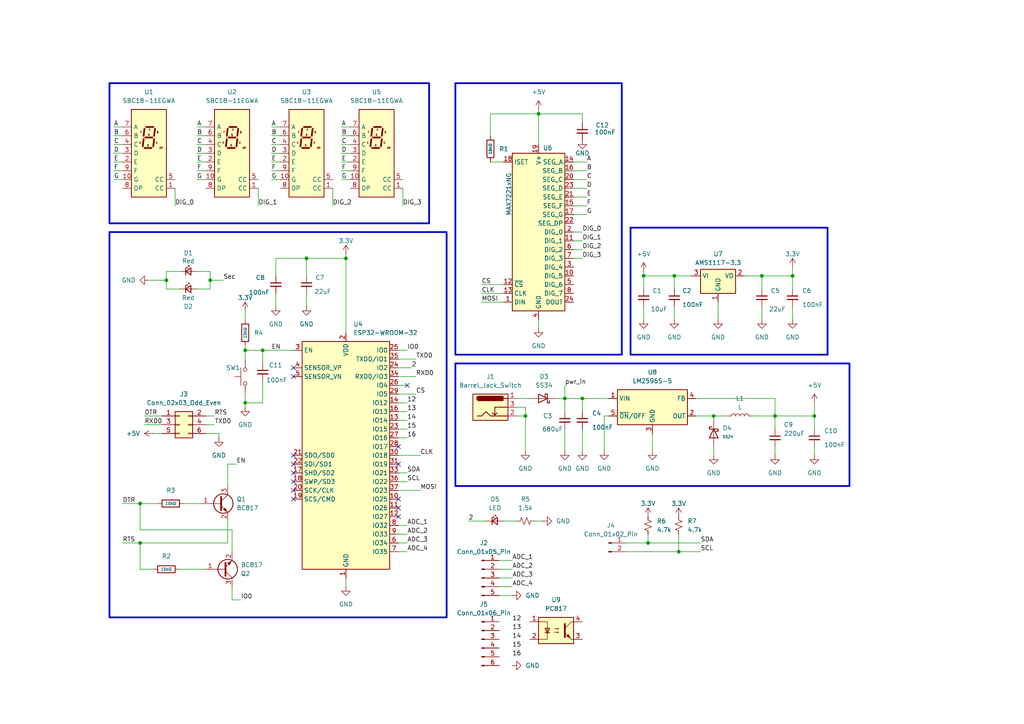
<source format=kicad_sch>
(kicad_sch (version 20250114) (generator "eeschema") (generator_version "9.0")
  (paper "A4")
  (rectangle (start 132.08 24.13) (end 180.34 102.87) (stroke (width 0.508)))
  (rectangle (start 132.08 105.41) (end 246.38 140.97) (stroke (width 0.508)))
  (rectangle (start 182.88 66.04) (end 240.03 102.87) (stroke (width 0.508)))
  (rectangle (start 31.75 24.13) (end 124.46 64.77) (stroke (width 0.508)))
  (rectangle (start 31.75 67.31) (end 129.54 179.07) (stroke (width 0.508)))
  (junction (at 229.87 80.01))
  (junction (at 100.33 74.93))
  (junction (at 168.91 115.57))
  (junction (at 152.4 120.65))
  (junction (at 220.98 80.01))
  (junction (at 236.22 120.65))
  (junction (at 195.58 80.01))
  (junction (at 163.83 115.57))
  (junction (at 71.12 101.6))
  (junction (at 76.2 101.6))
  (junction (at 224.79 120.65))
  (junction (at 187.96 157.48))
  (junction (at 207.01 120.65))
  (junction (at 88.9 74.93))
  (junction (at 60.96 81.28))
  (junction (at 156.21 33.02))
  (junction (at 71.12 116.84))
  (junction (at 196.85 160.02))
  (junction (at 40.64 157.48))
  (junction (at 48.26 81.28))
  (junction (at 186.69 80.01))
  (junction (at 40.64 146.05))
  (no_connect (at 85.09 139.7))
  (no_connect (at 85.09 144.78))
  (no_connect (at 85.09 134.62))
  (no_connect (at 85.09 109.22))
  (no_connect (at 85.09 137.16))
  (no_connect (at 85.09 132.08))
  (no_connect (at 115.57 147.32))
  (no_connect (at 115.57 144.78))
  (no_connect (at 115.57 149.86))
  (no_connect (at 85.09 142.24))
  (no_connect (at 85.09 106.68))
  (no_connect (at 115.57 134.62))
  (no_connect (at 115.57 129.54))
  (no_connect (at 118.11 111.76))
  (wire (pts (xy 187.96 157.48) (xy 203.2 157.48)))
  (wire (pts (xy 40.64 153.67) (xy 67.31 153.67)))
  (wire (pts (xy 115.57 157.48) (xy 118.11 157.48)))
  (wire (pts (xy 35.56 146.05) (xy 40.64 146.05)))
  (wire (pts (xy 166.37 67.31) (xy 168.91 67.31)))
  (wire (pts (xy 161.29 115.57) (xy 163.83 115.57)))
  (wire (pts (xy 154.94 151.13) (xy 157.48 151.13)))
  (wire (pts (xy 224.79 120.65) (xy 236.22 120.65)))
  (wire (pts (xy 115.57 127) (xy 118.11 127)))
  (wire (pts (xy 67.31 173.99) (xy 69.85 173.99)))
  (wire (pts (xy 207.01 129.54) (xy 207.01 132.08)))
  (wire (pts (xy 144.78 167.64) (xy 148.59 167.64)))
  (wire (pts (xy 215.9 80.01) (xy 220.98 80.01)))
  (wire (pts (xy 236.22 116.84) (xy 236.22 120.65)))
  (wire (pts (xy 99.06 36.83) (xy 101.6 36.83)))
  (wire (pts (xy 166.37 46.99) (xy 170.18 46.99)))
  (wire (pts (xy 88.9 85.09) (xy 88.9 88.9)))
  (wire (pts (xy 99.06 49.53) (xy 101.6 49.53)))
  (wire (pts (xy 99.06 39.37) (xy 101.6 39.37)))
  (wire (pts (xy 67.31 153.67) (xy 67.31 160.02)))
  (wire (pts (xy 74.93 54.61) (xy 74.93 59.69)))
  (wire (pts (xy 63.5 125.73) (xy 59.69 125.73)))
  (wire (pts (xy 115.57 132.08) (xy 121.92 132.08)))
  (wire (pts (xy 35.56 157.48) (xy 40.64 157.48)))
  (wire (pts (xy 146.05 151.13) (xy 149.86 151.13)))
  (wire (pts (xy 168.91 115.57) (xy 168.91 119.38)))
  (wire (pts (xy 76.2 110.49) (xy 76.2 116.84)))
  (wire (pts (xy 60.96 78.74) (xy 60.96 81.28)))
  (wire (pts (xy 40.64 157.48) (xy 66.04 157.48)))
  (wire (pts (xy 78.74 44.45) (xy 81.28 44.45)))
  (wire (pts (xy 71.12 116.84) (xy 76.2 116.84)))
  (wire (pts (xy 152.4 120.65) (xy 152.4 130.81)))
  (wire (pts (xy 181.61 157.48) (xy 187.96 157.48)))
  (wire (pts (xy 57.15 39.37) (xy 59.69 39.37)))
  (wire (pts (xy 80.01 80.01) (xy 80.01 74.93)))
  (wire (pts (xy 33.02 36.83) (xy 35.56 36.83)))
  (wire (pts (xy 44.45 165.1) (xy 40.64 165.1)))
  (wire (pts (xy 166.37 52.07) (xy 170.18 52.07)))
  (wire (pts (xy 200.66 80.01) (xy 195.58 80.01)))
  (wire (pts (xy 201.93 115.57) (xy 224.79 115.57)))
  (wire (pts (xy 163.83 111.76) (xy 163.83 115.57)))
  (wire (pts (xy 208.28 87.63) (xy 208.28 92.71)))
  (wire (pts (xy 229.87 83.82) (xy 229.87 80.01)))
  (wire (pts (xy 115.57 124.46) (xy 118.11 124.46)))
  (wire (pts (xy 50.8 54.61) (xy 50.8 59.69)))
  (wire (pts (xy 33.02 41.91) (xy 35.56 41.91)))
  (wire (pts (xy 48.26 81.28) (xy 48.26 83.82)))
  (wire (pts (xy 115.57 139.7) (xy 118.11 139.7)))
  (wire (pts (xy 224.79 120.65) (xy 224.79 124.46)))
  (wire (pts (xy 166.37 72.39) (xy 168.91 72.39)))
  (wire (pts (xy 115.57 160.02) (xy 118.11 160.02)))
  (wire (pts (xy 144.78 172.72) (xy 148.59 172.72)))
  (wire (pts (xy 78.74 49.53) (xy 81.28 49.53)))
  (wire (pts (xy 144.78 162.56) (xy 148.59 162.56)))
  (wire (pts (xy 71.12 114.3) (xy 71.12 116.84)))
  (wire (pts (xy 168.91 124.46) (xy 168.91 130.81)))
  (wire (pts (xy 60.96 81.28) (xy 64.77 81.28)))
  (wire (pts (xy 149.86 115.57) (xy 153.67 115.57)))
  (wire (pts (xy 236.22 129.54) (xy 236.22 132.08)))
  (wire (pts (xy 78.74 41.91) (xy 81.28 41.91)))
  (wire (pts (xy 66.04 140.97) (xy 66.04 134.62)))
  (wire (pts (xy 115.57 116.84) (xy 118.11 116.84)))
  (wire (pts (xy 115.57 137.16) (xy 118.11 137.16)))
  (wire (pts (xy 144.78 165.1) (xy 148.59 165.1)))
  (wire (pts (xy 33.02 46.99) (xy 35.56 46.99)))
  (wire (pts (xy 80.01 74.93) (xy 88.9 74.93)))
  (wire (pts (xy 76.2 101.6) (xy 85.09 101.6)))
  (wire (pts (xy 100.33 167.64) (xy 100.33 170.18)))
  (wire (pts (xy 71.12 101.6) (xy 76.2 101.6)))
  (wire (pts (xy 220.98 80.01) (xy 229.87 80.01)))
  (wire (pts (xy 224.79 115.57) (xy 224.79 120.65)))
  (wire (pts (xy 41.91 123.19) (xy 46.99 123.19)))
  (wire (pts (xy 71.12 101.6) (xy 71.12 104.14)))
  (wire (pts (xy 166.37 74.93) (xy 168.91 74.93)))
  (wire (pts (xy 163.83 115.57) (xy 168.91 115.57)))
  (wire (pts (xy 71.12 116.84) (xy 71.12 118.11)))
  (wire (pts (xy 48.26 78.74) (xy 48.26 81.28)))
  (wire (pts (xy 33.02 52.07) (xy 35.56 52.07)))
  (wire (pts (xy 181.61 160.02) (xy 196.85 160.02)))
  (wire (pts (xy 149.86 120.65) (xy 152.4 120.65)))
  (wire (pts (xy 40.64 146.05) (xy 40.64 153.67)))
  (wire (pts (xy 115.57 111.76) (xy 118.11 111.76)))
  (wire (pts (xy 44.45 125.73) (xy 46.99 125.73)))
  (wire (pts (xy 57.15 52.07) (xy 59.69 52.07)))
  (wire (pts (xy 115.57 121.92) (xy 118.11 121.92)))
  (wire (pts (xy 78.74 36.83) (xy 81.28 36.83)))
  (wire (pts (xy 76.2 101.6) (xy 76.2 105.41)))
  (wire (pts (xy 71.12 100.33) (xy 71.12 101.6)))
  (wire (pts (xy 80.01 85.09) (xy 80.01 88.9)))
  (wire (pts (xy 156.21 33.02) (xy 142.24 33.02)))
  (wire (pts (xy 33.02 44.45) (xy 35.56 44.45)))
  (wire (pts (xy 100.33 74.93) (xy 100.33 96.52)))
  (wire (pts (xy 33.02 39.37) (xy 35.56 39.37)))
  (wire (pts (xy 156.21 33.02) (xy 168.91 33.02)))
  (wire (pts (xy 220.98 83.82) (xy 220.98 80.01)))
  (wire (pts (xy 57.15 44.45) (xy 59.69 44.45)))
  (wire (pts (xy 60.96 81.28) (xy 60.96 83.82)))
  (wire (pts (xy 41.91 120.65) (xy 46.99 120.65)))
  (wire (pts (xy 139.7 87.63) (xy 146.05 87.63)))
  (wire (pts (xy 166.37 54.61) (xy 170.18 54.61)))
  (wire (pts (xy 187.96 157.48) (xy 187.96 154.94)))
  (wire (pts (xy 48.26 83.82) (xy 52.07 83.82)))
  (wire (pts (xy 88.9 74.93) (xy 100.33 74.93)))
  (wire (pts (xy 116.84 54.61) (xy 116.84 59.69)))
  (wire (pts (xy 195.58 88.9) (xy 195.58 92.71)))
  (wire (pts (xy 100.33 73.66) (xy 100.33 74.93)))
  (wire (pts (xy 115.57 142.24) (xy 121.92 142.24)))
  (wire (pts (xy 236.22 120.65) (xy 236.22 124.46)))
  (wire (pts (xy 189.23 125.73) (xy 189.23 130.81)))
  (wire (pts (xy 59.69 123.19) (xy 62.23 123.19)))
  (wire (pts (xy 166.37 69.85) (xy 168.91 69.85)))
  (wire (pts (xy 142.24 33.02) (xy 142.24 39.37)))
  (wire (pts (xy 186.69 78.74) (xy 186.69 80.01)))
  (wire (pts (xy 52.07 78.74) (xy 48.26 78.74)))
  (wire (pts (xy 57.15 83.82) (xy 60.96 83.82)))
  (wire (pts (xy 99.06 44.45) (xy 101.6 44.45)))
  (wire (pts (xy 115.57 106.68) (xy 119.38 106.68)))
  (wire (pts (xy 66.04 134.62) (xy 68.58 134.62)))
  (wire (pts (xy 78.74 52.07) (xy 81.28 52.07)))
  (wire (pts (xy 166.37 59.69) (xy 170.18 59.69)))
  (wire (pts (xy 220.98 88.9) (xy 220.98 92.71)))
  (wire (pts (xy 115.57 119.38) (xy 118.11 119.38)))
  (wire (pts (xy 195.58 80.01) (xy 195.58 83.82)))
  (wire (pts (xy 201.93 120.65) (xy 207.01 120.65)))
  (wire (pts (xy 207.01 120.65) (xy 210.82 120.65)))
  (wire (pts (xy 139.7 82.55) (xy 146.05 82.55)))
  (wire (pts (xy 207.01 121.92) (xy 207.01 120.65)))
  (wire (pts (xy 63.5 127) (xy 63.5 125.73)))
  (wire (pts (xy 33.02 49.53) (xy 35.56 49.53)))
  (wire (pts (xy 196.85 154.94) (xy 196.85 160.02)))
  (wire (pts (xy 166.37 62.23) (xy 170.18 62.23)))
  (wire (pts (xy 218.44 120.65) (xy 224.79 120.65)))
  (wire (pts (xy 71.12 90.17) (xy 71.12 92.71)))
  (wire (pts (xy 163.83 124.46) (xy 163.83 130.81)))
  (wire (pts (xy 53.34 146.05) (xy 58.42 146.05)))
  (wire (pts (xy 186.69 88.9) (xy 186.69 92.71)))
  (wire (pts (xy 43.18 81.28) (xy 48.26 81.28)))
  (wire (pts (xy 229.87 88.9) (xy 229.87 92.71)))
  (wire (pts (xy 142.24 46.99) (xy 146.05 46.99)))
  (wire (pts (xy 78.74 46.99) (xy 81.28 46.99)))
  (wire (pts (xy 175.26 120.65) (xy 176.53 120.65)))
  (wire (pts (xy 144.78 170.18) (xy 148.59 170.18)))
  (wire (pts (xy 40.64 165.1) (xy 40.64 157.48)))
  (wire (pts (xy 78.74 39.37) (xy 81.28 39.37)))
  (wire (pts (xy 156.21 31.75) (xy 156.21 33.02)))
  (wire (pts (xy 152.4 118.11) (xy 152.4 120.65)))
  (wire (pts (xy 96.52 54.61) (xy 96.52 59.69)))
  (wire (pts (xy 115.57 152.4) (xy 118.11 152.4)))
  (wire (pts (xy 66.04 157.48) (xy 66.04 151.13)))
  (wire (pts (xy 135.89 151.13) (xy 140.97 151.13)))
  (wire (pts (xy 115.57 154.94) (xy 118.11 154.94)))
  (wire (pts (xy 229.87 77.47) (xy 229.87 80.01)))
  (wire (pts (xy 115.57 104.14) (xy 120.65 104.14)))
  (wire (pts (xy 115.57 109.22) (xy 120.65 109.22)))
  (wire (pts (xy 224.79 129.54) (xy 224.79 132.08)))
  (wire (pts (xy 166.37 57.15) (xy 170.18 57.15)))
  (wire (pts (xy 149.86 118.11) (xy 152.4 118.11)))
  (wire (pts (xy 163.83 119.38) (xy 163.83 115.57)))
  (wire (pts (xy 88.9 80.01) (xy 88.9 74.93)))
  (wire (pts (xy 195.58 80.01) (xy 186.69 80.01)))
  (wire (pts (xy 45.72 146.05) (xy 40.64 146.05)))
  (wire (pts (xy 156.21 92.71) (xy 156.21 95.25)))
  (wire (pts (xy 99.06 52.07) (xy 101.6 52.07)))
  (wire (pts (xy 139.7 85.09) (xy 146.05 85.09)))
  (wire (pts (xy 67.31 170.18) (xy 67.31 173.99)))
  (wire (pts (xy 57.15 78.74) (xy 60.96 78.74)))
  (wire (pts (xy 168.91 35.56) (xy 168.91 33.02)))
  (wire (pts (xy 156.21 33.02) (xy 156.21 41.91)))
  (wire (pts (xy 166.37 49.53) (xy 170.18 49.53)))
  (wire (pts (xy 99.06 46.99) (xy 101.6 46.99)))
  (wire (pts (xy 115.57 101.6) (xy 118.11 101.6)))
  (wire (pts (xy 57.15 49.53) (xy 59.69 49.53)))
  (wire (pts (xy 168.91 115.57) (xy 176.53 115.57)))
  (wire (pts (xy 57.15 41.91) (xy 59.69 41.91)))
  (wire (pts (xy 59.69 120.65) (xy 62.23 120.65)))
  (wire (pts (xy 57.15 46.99) (xy 59.69 46.99)))
  (wire (pts (xy 99.06 41.91) (xy 101.6 41.91)))
  (wire (pts (xy 175.26 130.81) (xy 175.26 120.65)))
  (wire (pts (xy 115.57 114.3) (xy 120.65 114.3)))
  (wire (pts (xy 57.15 36.83) (xy 59.69 36.83)))
  (wire (pts (xy 186.69 80.01) (xy 186.69 83.82)))
  (wire (pts (xy 52.07 165.1) (xy 59.69 165.1)))
  (wire (pts (xy 196.85 160.02) (xy 203.2 160.02)))
  (label "12" (at 118.11 116.84 0))
  (label "DIG_3" (at 116.84 59.69 0))
  (label "D" (at 99.06 44.45 0))
  (label "DIG_0" (at 168.91 67.31 0))
  (label "RTS" (at 62.23 120.65 0))
  (label "F" (at 99.06 49.53 0))
  (label "16" (at 148.59 190.5 0))
  (label "13" (at 148.59 182.88 0))
  (label "15" (at 148.59 187.96 0))
  (label "CS" (at 139.7 82.55 0))
  (label "C" (at 57.15 41.91 0))
  (label "12" (at 148.59 180.34 0))
  (label "D" (at 78.74 44.45 0))
  (label "E" (at 99.06 46.99 0))
  (label "D" (at 170.18 54.61 0))
  (label "2" (at 135.89 151.13 0))
  (label "IO0" (at 118.11 101.6 0))
  (label "B" (at 170.18 49.53 0))
  (label "F" (at 33.02 49.53 0))
  (label "DTR" (at 35.56 146.05 0))
  (label "SDA" (at 118.11 137.16 0))
  (label "ADC_1" (at 118.11 152.4 0))
  (label "TXD0" (at 62.23 123.19 0))
  (label "DIG_3" (at 168.91 74.93 0))
  (label "G" (at 170.18 62.23 0))
  (label "G" (at 78.74 52.07 0))
  (label "ADC_1" (at 148.59 162.56 0))
  (label "ADC_4" (at 148.59 170.18 0))
  (label "A" (at 170.18 46.99 0))
  (label "DIG_2" (at 96.52 59.69 0))
  (label "DIG_1" (at 74.93 59.69 0))
  (label "G" (at 57.15 52.07 0))
  (label "D" (at 33.02 44.45 0))
  (label "16" (at 118.11 127 0))
  (label "G" (at 99.06 52.07 0))
  (label "CLK" (at 121.92 132.08 0))
  (label "13" (at 118.11 119.38 0))
  (label "TXD0" (at 120.65 104.14 0))
  (label "ADC_4" (at 118.11 160.02 0))
  (label "C" (at 78.74 41.91 0))
  (label "RTS" (at 35.56 157.48 0))
  (label "DIG_0" (at 50.8 59.69 0))
  (label "E" (at 78.74 46.99 0))
  (label "C" (at 170.18 52.07 0))
  (label "C" (at 99.06 41.91 0))
  (label "RXD0" (at 41.91 123.19 0))
  (label "DIG_2" (at 168.91 72.39 0))
  (label "ADC_3" (at 148.59 167.64 0))
  (label "pwr_in" (at 163.83 111.76 0))
  (label "E" (at 33.02 46.99 0))
  (label "F" (at 78.74 49.53 0))
  (label "14" (at 148.59 185.42 0))
  (label "ADC_2" (at 148.59 165.1 0))
  (label "ADC_2" (at 118.11 154.94 0))
  (label "SCL" (at 118.11 139.7 0))
  (label "RXD0" (at 120.65 109.22 0))
  (label "F" (at 170.18 59.69 0))
  (label "EN" (at 68.58 134.62 0))
  (label "G" (at 33.02 52.07 0))
  (label "CS" (at 120.65 114.3 0))
  (label "2" (at 119.38 106.68 0))
  (label "MOSI" (at 139.7 87.63 0))
  (label "C" (at 33.02 41.91 0))
  (label "B" (at 99.06 39.37 0))
  (label "B" (at 33.02 39.37 0))
  (label "CLK" (at 139.7 85.09 0))
  (label "SCL" (at 203.2 160.02 0))
  (label "B" (at 57.15 39.37 0))
  (label "E" (at 170.18 57.15 0))
  (label "DIG_1" (at 168.91 69.85 0))
  (label "MOSI" (at 121.92 142.24 0))
  (label "15" (at 118.11 124.46 0))
  (label "DTR" (at 41.91 120.65 0))
  (label "IO0" (at 69.85 173.99 0))
  (label "A" (at 33.02 36.83 0))
  (label "SDA" (at 203.2 157.48 0))
  (label "A" (at 99.06 36.83 0))
  (label "14" (at 118.11 121.92 0))
  (label "ADC_3" (at 118.11 157.48 0))
  (label "B" (at 78.74 39.37 0))
  (label "D" (at 57.15 44.45 0))
  (label "E" (at 57.15 46.99 0))
  (label "EN" (at 78.74 101.6 0))
  (label "F" (at 57.15 49.53 0))
  (label "A" (at 57.15 36.83 0))
  (label "Sec" (at 64.77 81.28 0))
  (label "A" (at 78.74 36.83 0))
  (symbol (lib_id "PCM_JLCPCB-Resistors:0805,10kΩ") (at 142.24 43.18 180) (unit 1)
    (property "Reference" "R1" (at 144.78 43.1799 0) (effects (justify right)))
    (property "Value" "10kΩ" (at 142.24 43.18 90) (effects (font (size 0.8 0.8))))
    (property "Footprint" "PCM_JLCPCB:R_0805" (effects (hide yes)))
    (property "Datasheet" "https://www.lcsc.com/datasheet/lcsc_datasheet_2411221126_UNI-ROYAL-Uniroyal-Elec-0805W8F1002T5E_C17414.pdf" (effects (hide yes)))
    (property "Description" "125mW Thick Film Resistors 150V ±100ppm/°C ±1% 10kΩ 0805 Chip Resistor - Surface Mount ROHS" (effects (hide yes)))
    (property "LCSC" "C17414" (effects (hide yes)))
    (property "Stock" "22758958" (effects (hide yes)))
    (property "Price" "0.005USD" (effects (hide yes)))
    (property "Process" "SMT" (effects (hide yes)))
    (property "Minimum Qty" "20" (effects (hide yes)))
    (property "Attrition Qty" "10" (effects (hide yes)))
    (property "Class" "Basic Component" (effects (hide yes)))
    (property "Category" "Resistors,Chip Resistor - Surface Mount" (effects (hide yes)))
    (property "Manufacturer" "UNI-ROYAL(Uniroyal Elec)" (effects (hide yes)))
    (property "Part" "0805W8F1002T5E" (effects (hide yes)))
    (property "Resistance" "10kΩ" (effects (hide yes)))
    (property "Power(Watts)" "125mW" (effects (hide yes)))
    (property "Type" "Thick Film Resistors" (effects (hide yes)))
    (property "Overload Voltage (Max)" "150V" (effects (hide yes)))
    (property "Operating Temperature Range" "-55°C~+155°C" (effects (hide yes)))
    (property "Tolerance" "±1%" (effects (hide yes)))
    (property "Temperature Coefficient" "±100ppm/°C" (effects (hide yes)))
  )
  (symbol (lib_id "Diode:SS34") (at 157.48 115.57 180) (unit 1)
    (property "Reference" "D3" (at 157.7975 109.22 0))
    (property "Value" "SS34" (at 157.7975 111.76 0))
    (property "Footprint" "Diode_SMD:D_SMA" (effects (hide yes)))
    (property "Datasheet" "https://www.vishay.com/docs/88751/ss32.pdf" (effects (hide yes)))
    (property "Description" "40V 3A Schottky Diode, SMA" (effects (hide yes)))
  )
  (symbol (lib_id "power:GND") (at 43.18 81.28 270) (unit 1)
    (property "Reference" "#PWR01" (effects (hide yes)))
    (property "Value" "GND" (at 39.37 81.2799 90) (effects (justify right)))
    (property "Description" "Power symbol creates a global label with name \"GND\" , ground" (effects (hide yes)))
  )
  (symbol (lib_id "power:GND") (at 168.91 130.81 0) (unit 1)
    (property "Reference" "#PWR010" (effects (hide yes)))
    (property "Value" "GND" (at 168.91 135.89 0))
    (property "Description" "Power symbol creates a global label with name \"GND\" , ground" (effects (hide yes)))
  )
  (symbol (lib_id "Connector:Conn_01x02_Pin") (at 176.53 157.48 0) (unit 1)
    (property "Reference" "J4" (at 177.165 152.4 0))
    (property "Value" "Conn_01x02_Pin" (at 177.165 154.94 0))
    (property "Footprint" "Connector_PinHeader_2.00mm:PinHeader_1x02_P2.00mm_Vertical" (effects (hide yes)))
    (property "Description" "Generic connector, single row, 01x02, script generated" (effects (hide yes)))
  )
  (symbol (lib_id "power:GND") (at 100.33 170.18 0) (unit 1)
    (property "Reference" "#PWR024" (effects (hide yes)))
    (property "Value" "GND" (at 100.33 175.26 0))
    (property "Description" "Power symbol creates a global label with name \"GND\" , ground" (effects (hide yes)))
  )
  (symbol (lib_id "power:+5V") (at 236.22 116.84 0) (unit 1)
    (property "Reference" "#PWR021" (effects (hide yes)))
    (property "Value" "+5V" (at 236.22 111.76 0))
    (property "Description" "Power symbol creates a global label with name \"+5V\"" (effects (hide yes)))
  )
  (symbol (lib_id "Connector:Conn_01x05_Pin") (at 139.7 167.64 0) (unit 1)
    (property "Reference" "J2" (at 140.335 157.48 0))
    (property "Value" "Conn_01x05_Pin" (at 140.335 160.02 0))
    (property "Footprint" "Connector_PinHeader_2.54mm:PinHeader_1x05_P2.54mm_Vertical" (effects (hide yes)))
    (property "Description" "Generic connector, single row, 01x05, script generated" (effects (hide yes)))
  )
  (symbol (lib_id "Display_Character:SBC18-11EGWA") (at 67.31 44.45 0) (unit 1)
    (property "Reference" "U2" (at 67.31 26.67 0))
    (property "Value" "SBC18-11EGWA" (at 67.31 29.21 0))
    (property "Footprint" "Display_7Segment:SBC18-11SURKCGKWA" (effects (hide yes)))
    (property "Datasheet" "http://www.kingbrightusa.com/images/catalog/SPEC/SBC18-11EGWA.pdf" (effects (hide yes)))
    (property "Description" "Single digit 7 segment hyper red and green LED display, common cathode" (effects (hide yes)))
  )
  (symbol (lib_id "SparkFun-PowerSymbol:3.3V") (at 196.85 149.86 0) (unit 1)
    (property "Reference" "#PWR032" (effects (hide yes)))
    (property "Value" "3.3V" (at 196.85 146.05 0))
    (property "Description" "Power symbol creates a global label with name \"3.3V\"" (effects (hide yes)))
  )
  (symbol (lib_id "RF_Module:ESP32-WROOM-32") (at 100.33 132.08 0) (unit 1)
    (property "Reference" "U4" (at 102.4733 93.98 0) (effects (justify left)))
    (property "Value" "ESP32-WROOM-32" (at 102.4733 96.52 0) (effects (justify left)))
    (property "Footprint" "RF_Module:ESP32-WROOM-32" (effects (hide yes)))
    (property "Datasheet" "https://www.espressif.com/sites/default/files/documentation/esp32-wroom-32_datasheet_en.pdf" (effects (hide yes)))
    (property "Description" "RF Module, ESP32-D0WDQ6 SoC, Wi-Fi 802.11b/g/n, Bluetooth, BLE, 32-bit, 2.7-3.6V, onboard antenna, SMD" (effects (hide yes)))
  )
  (symbol (lib_id "power:GND") (at 63.5 127 0) (unit 1)
    (property "Reference" "#PWR027" (effects (hide yes)))
    (property "Value" "GND" (at 63.5 132.08 0))
    (property "Description" "Power symbol creates a global label with name \"GND\" , ground" (effects (hide yes)))
  )
  (symbol (lib_id "SparkFun-LED:LED") (at 143.51 151.13 0) (unit 1)
    (property "Reference" "D5" (at 143.5735 144.78 0))
    (property "Value" "LED" (at 143.5735 147.32 0))
    (property "Footprint" "SparkFun-LED:LED_0603_1608Metric" (effects (hide yes)))
    (property "Description" "Light emitting diode" (effects (hide yes)))
    (property "PROD_ID" "LED-" (effects (hide yes)))
  )
  (symbol (lib_id "Device:L") (at 214.63 120.65 90) (unit 1)
    (property "Reference" "L1" (at 214.63 115.57 90))
    (property "Value" "L" (at 214.63 118.11 90))
    (property "Footprint" "Inductor_SMD:L_12x12mm_H8mm" (effects (hide yes)))
    (property "Description" "Inductor" (effects (hide yes)))
  )
  (symbol (lib_id "power:+5V") (at 156.21 31.75 0) (unit 1)
    (property "Reference" "#PWR02" (effects (hide yes)))
    (property "Value" "+5V" (at 156.21 26.67 0))
    (property "Description" "Power symbol creates a global label with name \"+5V\"" (effects (hide yes)))
  )
  (symbol (lib_id "SparkFun-Capacitor:C") (at 168.91 38.1 0) (unit 1)
    (property "Reference" "C12" (at 172.72 36.322 0) (effects (justify left)))
    (property "Value" "100nF" (at 172.466 38.354 0) (effects (justify left)))
    (property "Footprint" "SparkFun-Capacitor:C_0805_2012Metric" (effects (hide yes)))
    (property "Datasheet" "https://cdn.sparkfun.com/assets/8/a/4/a/5/Kemet_Capacitor_Datasheet.pdf" (effects (hide yes)))
    (property "Description" "Unpolarized capacitor" (effects (hide yes)))
    (property "PROD_ID" "CAP-00000" (effects (hide yes)))
    (property "Voltage" "1kV" (effects (hide yes)))
    (property "Tolerance" "100%" (effects (hide yes)))
  )
  (symbol (lib_id "SparkFun-Capacitor:C") (at 224.79 127 0) (unit 1)
    (property "Reference" "C9" (at 227.33 123.1962 0) (effects (justify left)))
    (property "Value" "220uF" (at 227.33 125.7362 0) (effects (justify left)))
    (property "Footprint" "Capacitor_THT:C_Radial_D6.3mm_H5.0mm_P2.50mm" (effects (hide yes)))
    (property "Datasheet" "https://cdn.sparkfun.com/assets/8/a/4/a/5/Kemet_Capacitor_Datasheet.pdf" (effects (hide yes)))
    (property "Description" "Unpolarized capacitor" (effects (hide yes)))
    (property "PROD_ID" "CAP-00000" (effects (hide yes)))
    (property "Voltage" "1kV" (effects (hide yes)))
    (property "Tolerance" "100%" (effects (hide yes)))
  )
  (symbol (lib_id "Transistor_BJT:BC817") (at 63.5 146.05 0) (unit 1)
    (property "Reference" "Q1" (at 68.58 144.7799 0) (effects (justify left)))
    (property "Value" "BC817" (at 68.58 147.3199 0) (effects (justify left)))
    (property "Footprint" "Package_TO_SOT_SMD:SOT-23" (effects (hide yes)))
    (property "Datasheet" "https://www.onsemi.com/pub/Collateral/BC818-D.pdf" (effects (hide yes)))
    (property "Description" "0.8A Ic, 45V Vce, NPN Transistor, SOT-23" (effects (hide yes)))
  )
  (symbol (lib_id "Connector_Generic:Conn_02x03_Odd_Even") (at 52.07 123.19 0) (unit 1)
    (property "Reference" "J3" (at 53.34 114.3 0))
    (property "Value" "Conn_02x03_Odd_Even" (at 53.34 116.84 0))
    (property "Footprint" "Connector_PinHeader_2.54mm:PinHeader_1x06_P2.54mm_Vertical" (effects (hide yes)))
    (property "Description" "Generic connector, double row, 02x03, odd/even pin numbering scheme (row 1 odd numbers, row 2 even numbers), script generated (kicad-library-utils/schlib/autogen/connector/)" (effects (hide yes)))
  )
  (symbol (lib_id "power:GND") (at 220.98 92.71 0) (unit 1)
    (property "Reference" "#PWR012" (effects (hide yes)))
    (property "Value" "GND" (at 220.98 97.79 0))
    (property "Description" "Power symbol creates a global label with name \"GND\" , ground" (effects (hide yes)))
  )
  (symbol (lib_id "power:+5V") (at 186.69 78.74 0) (unit 1)
    (property "Reference" "#PWR04" (effects (hide yes)))
    (property "Value" "+5V" (at 186.69 73.66 0))
    (property "Description" "Power symbol creates a global label with name \"+5V\"" (effects (hide yes)))
  )
  (symbol (lib_id "SparkFun-Capacitor:C") (at 236.22 127 0) (unit 1)
    (property "Reference" "C10" (at 239.014 124.968 0) (effects (justify left)))
    (property "Value" "100nF" (at 239.014 129.032 0) (effects (justify left)))
    (property "Footprint" "SparkFun-Capacitor:C_0805_2012Metric" (effects (hide yes)))
    (property "Datasheet" "https://cdn.sparkfun.com/assets/8/a/4/a/5/Kemet_Capacitor_Datasheet.pdf" (effects (hide yes)))
    (property "Description" "Unpolarized capacitor" (effects (hide yes)))
    (property "PROD_ID" "CAP-00000" (effects (hide yes)))
    (property "Voltage" "1kV" (effects (hide yes)))
    (property "Tolerance" "100%" (effects (hide yes)))
  )
  (symbol (lib_id "power:GND") (at 189.23 130.81 0) (unit 1)
    (property "Reference" "#PWR014" (effects (hide yes)))
    (property "Value" "GND" (at 189.23 135.89 0))
    (property "Description" "Power symbol creates a global label with name \"GND\" , ground" (effects (hide yes)))
  )
  (symbol (lib_id "SparkFun-Capacitor:C") (at 168.91 121.92 0) (unit 1)
    (property "Reference" "C4" (at 171.704 119.888 0) (effects (justify left)))
    (property "Value" "100nF" (at 171.704 123.952 0) (effects (justify left)))
    (property "Footprint" "SparkFun-Capacitor:C_0805_2012Metric" (effects (hide yes)))
    (property "Datasheet" "https://cdn.sparkfun.com/assets/8/a/4/a/5/Kemet_Capacitor_Datasheet.pdf" (effects (hide yes)))
    (property "Description" "Unpolarized capacitor" (effects (hide yes)))
    (property "PROD_ID" "CAP-00000" (effects (hide yes)))
    (property "Voltage" "1kV" (effects (hide yes)))
    (property "Tolerance" "100%" (effects (hide yes)))
  )
  (symbol (lib_id "PCM_JLCPCB-Resistors:0805,10kΩ") (at 71.12 96.52 180) (unit 1)
    (property "Reference" "R4" (at 73.66 96.5199 0) (effects (justify right)))
    (property "Value" "10kΩ" (at 71.12 96.52 90) (effects (font (size 0.8 0.8))))
    (property "Footprint" "PCM_JLCPCB:R_0805" (effects (hide yes)))
    (property "Datasheet" "https://www.lcsc.com/datasheet/lcsc_datasheet_2411221126_UNI-ROYAL-Uniroyal-Elec-0805W8F1002T5E_C17414.pdf" (effects (hide yes)))
    (property "Description" "125mW Thick Film Resistors 150V ±100ppm/°C ±1% 10kΩ 0805 Chip Resistor - Surface Mount ROHS" (effects (hide yes)))
    (property "LCSC" "C17414" (effects (hide yes)))
    (property "Stock" "22758958" (effects (hide yes)))
    (property "Price" "0.005USD" (effects (hide yes)))
    (property "Process" "SMT" (effects (hide yes)))
    (property "Minimum Qty" "20" (effects (hide yes)))
    (property "Attrition Qty" "10" (effects (hide yes)))
    (property "Class" "Basic Component" (effects (hide yes)))
    (property "Category" "Resistors,Chip Resistor - Surface Mount" (effects (hide yes)))
    (property "Manufacturer" "UNI-ROYAL(Uniroyal Elec)" (effects (hide yes)))
    (property "Part" "0805W8F1002T5E" (effects (hide yes)))
    (property "Resistance" "10kΩ" (effects (hide yes)))
    (property "Power(Watts)" "125mW" (effects (hide yes)))
    (property "Type" "Thick Film Resistors" (effects (hide yes)))
    (property "Overload Voltage (Max)" "150V" (effects (hide yes)))
    (property "Operating Temperature Range" "-55°C~+155°C" (effects (hide yes)))
    (property "Tolerance" "±1%" (effects (hide yes)))
    (property "Temperature Coefficient" "±100ppm/°C" (effects (hide yes)))
  )
  (symbol (lib_id "power:GND") (at 207.01 132.08 0) (unit 1)
    (property "Reference" "#PWR019" (effects (hide yes)))
    (property "Value" "GND" (at 207.01 137.16 0))
    (property "Description" "Power symbol creates a global label with name \"GND\" , ground" (effects (hide yes)))
  )
  (symbol (lib_id "SparkFun-PowerSymbol:3.3V") (at 229.87 77.47 0) (unit 1)
    (property "Reference" "#PWR015" (effects (hide yes)))
    (property "Value" "3.3V" (at 229.87 73.66 0))
    (property "Description" "Power symbol creates a global label with name \"3.3V\"" (effects (hide yes)))
  )
  (symbol (lib_id "SparkFun-Switch:SPST_Push_PTH_RA_h7.5mm") (at 71.12 109.22 90) (unit 1)
    (property "Reference" "SW1" (at 65.532 106.68 90) (effects (justify right)))
    (property "Value" "PTH_RA_h7.5mm" (effects (hide yes)))
    (property "Footprint" "SparkFun-Switch:Push_PTH_RA_8-020_h7.5mm" (effects (hide yes)))
    (property "Description" "Single Pole Single Throw (SPST) switch" (effects (hide yes)))
    (property "PROD_ID" "SWCH-13896" (effects (hide yes)))
    (property "Mfg Part#" "8-020 TS H = 7.5mm" (effects (hide yes)))
  )
  (symbol (lib_id "power:GND") (at 80.01 88.9 0) (unit 1)
    (property "Reference" "#PWR018" (effects (hide yes)))
    (property "Value" "GND" (at 80.01 93.98 0))
    (property "Description" "Power symbol creates a global label with name \"GND\" , ground" (effects (hide yes)))
  )
  (symbol (lib_id "power:GND") (at 71.12 118.11 0) (unit 1)
    (property "Reference" "#PWR023" (effects (hide yes)))
    (property "Value" "GND" (at 71.12 123.19 0))
    (property "Description" "Power symbol creates a global label with name \"GND\" , ground" (effects (hide yes)))
  )
  (symbol (lib_id "SparkFun-Capacitor:C") (at 76.2 107.95 0) (unit 1)
    (property "Reference" "C11" (at 77.978 105.918 0) (effects (justify left)))
    (property "Value" "100nF" (at 77.216 110.236 0) (effects (justify left)))
    (property "Footprint" "SparkFun-Capacitor:C_0805_2012Metric" (effects (hide yes)))
    (property "Datasheet" "https://cdn.sparkfun.com/assets/8/a/4/a/5/Kemet_Capacitor_Datasheet.pdf" (effects (hide yes)))
    (property "Description" "Unpolarized capacitor" (effects (hide yes)))
    (property "PROD_ID" "CAP-00000" (effects (hide yes)))
    (property "Voltage" "1kV" (effects (hide yes)))
    (property "Tolerance" "100%" (effects (hide yes)))
  )
  (symbol (lib_id "SparkFun-PowerSymbol:3.3V") (at 100.33 73.66 0) (unit 1)
    (property "Reference" "#PWR016" (effects (hide yes)))
    (property "Value" "3.3V" (at 100.33 69.85 0))
    (property "Description" "Power symbol creates a global label with name \"3.3V\"" (effects (hide yes)))
  )
  (symbol (lib_id "SparkFun-LED:LED_Red_0603") (at 54.61 83.82 0) (unit 1)
    (property "Reference" "D2" (at 54.61 88.9 0))
    (property "Value" "Red" (at 54.61 86.36 0))
    (property "Footprint" "LED_THT:LED_D3.0mm" (effects (hide yes)))
    (property "Datasheet" "https://docs.broadcom.com/docs/AV02-0551EN" (effects (hide yes)))
    (property "Description" "Light emitting diode" (effects (hide yes)))
    (property "PROD_ID" "DIO-17976" (effects (hide yes)))
  )
  (symbol (lib_id "power:GND") (at 224.79 132.08 0) (unit 1)
    (property "Reference" "#PWR020" (effects (hide yes)))
    (property "Value" "GND" (at 224.79 137.16 0))
    (property "Description" "Power symbol creates a global label with name \"GND\" , ground" (effects (hide yes)))
  )
  (symbol (lib_id "SparkFun-PowerSymbol:3.3V") (at 71.12 90.17 0) (unit 1)
    (property "Reference" "#PWR025" (effects (hide yes)))
    (property "Value" "3.3V" (at 71.12 86.36 0))
    (property "Description" "Power symbol creates a global label with name \"3.3V\"" (effects (hide yes)))
  )
  (symbol (lib_id "SparkFun-IC-Special-Function:PC817") (at 161.29 182.88 0) (unit 1)
    (property "Reference" "U9" (at 161.29 173.99 0))
    (property "Value" "PC817" (at 161.29 176.53 0))
    (property "Footprint" "Package_DIP:DIP-4_W7.62mm" (effects (hide yes)))
    (property "Datasheet" "https://www.americanbrightled.com/pdffiles/ir-uv/ir/APC-817.pdf" (effects (hide yes)))
    (property "Description" "DC Optocoupler, Vce 35V, CTR 50-300%, SMDIP-4" (effects (hide yes)))
    (property "PROD_ID" "IC-24349" (effects (hide yes)))
  )
  (symbol (lib_id "power:GND") (at 148.59 193.04 90) (unit 1)
    (property "Reference" "#PWR033" (effects (hide yes)))
    (property "Value" "GND" (at 152.4 193.0399 90) (effects (justify right)))
    (property "Description" "Power symbol creates a global label with name \"GND\" , ground" (effects (hide yes)))
  )
  (symbol (lib_id "power:GND") (at 208.28 92.71 0) (unit 1)
    (property "Reference" "#PWR08" (effects (hide yes)))
    (property "Value" "GND" (at 208.28 97.79 0))
    (property "Description" "Power symbol creates a global label with name \"GND\" , ground" (effects (hide yes)))
  )
  (symbol (lib_id "power:GND") (at 186.69 92.71 0) (unit 1)
    (property "Reference" "#PWR05" (effects (hide yes)))
    (property "Value" "GND" (at 186.69 97.79 0))
    (property "Description" "Power symbol creates a global label with name \"GND\" , ground" (effects (hide yes)))
  )
  (symbol (lib_id "SparkFun-Capacitor:C") (at 195.58 86.36 0) (unit 1)
    (property "Reference" "C2" (at 197.866 84.328 0) (effects (justify left)))
    (property "Value" "100nF" (at 197.866 88.392 0) (effects (justify left)))
    (property "Footprint" "SparkFun-Capacitor:C_0805_2012Metric" (effects (hide yes)))
    (property "Datasheet" "https://cdn.sparkfun.com/assets/8/a/4/a/5/Kemet_Capacitor_Datasheet.pdf" (effects (hide yes)))
    (property "Description" "Unpolarized capacitor" (effects (hide yes)))
    (property "PROD_ID" "CAP-00000" (effects (hide yes)))
    (property "Voltage" "1kV" (effects (hide yes)))
    (property "Tolerance" "100%" (effects (hide yes)))
  )
  (symbol (lib_id "power:GND") (at 163.83 130.81 0) (unit 1)
    (property "Reference" "#PWR09" (effects (hide yes)))
    (property "Value" "GND" (at 163.83 135.89 0))
    (property "Description" "Power symbol creates a global label with name \"GND\" , ground" (effects (hide yes)))
  )
  (symbol (lib_id "power:GND") (at 152.4 130.81 0) (unit 1)
    (property "Reference" "#PWR07" (effects (hide yes)))
    (property "Value" "GND" (at 152.4 135.89 0))
    (property "Description" "Power symbol creates a global label with name \"GND\" , ground" (effects (hide yes)))
  )
  (symbol (lib_id "power:GND") (at 168.91 40.64 0) (unit 1)
    (property "Reference" "#PWR028" (effects (hide yes)))
    (property "Value" "GND" (at 168.91 44.45 0))
    (property "Description" "Power symbol creates a global label with name \"GND\" , ground" (effects (hide yes)))
  )
  (symbol (lib_id "Regulator_Switching:LM2596S-5") (at 189.23 118.11 0) (unit 1)
    (property "Reference" "U8" (at 189.23 107.95 0))
    (property "Value" "LM2596S-5" (at 189.23 110.49 0))
    (property "Footprint" "Package_TO_SOT_SMD:TO-263-5_TabPin3" (effects (hide yes)))
    (property "Datasheet" "http://www.ti.com/lit/ds/symlink/lm2596.pdf" (effects (hide yes)))
    (property "Description" "5V 3A Step-Down Voltage Regulator, TO-263" (effects (hide yes)))
  )
  (symbol (lib_id "Driver_LED:MAX7221xNG") (at 156.21 67.31 0) (unit 1)
    (property "Reference" "U6" (at 157.48 42.926 0) (effects (justify left)))
    (property "Value" "MAX7221xNG" (at 147.574 62.484 90) (effects (justify left)))
    (property "Footprint" "Package_DIP:DIP-24_W7.62mm" (effects (hide yes)))
    (property "Datasheet" "https://datasheets.maximintegrated.com/en/ds/MAX7219-MAX7221.pdf" (effects (hide yes)))
    (property "Description" "Serially Interfaced, 8-Digit LED Display Driver, PDIP-24" (effects (hide yes)))
  )
  (symbol (lib_id "SparkFun-Capacitor:C") (at 163.83 121.92 0) (unit 1)
    (property "Reference" "C3" (at 157.48 120.65 0) (effects (justify left)))
    (property "Value" "680uF" (at 157.226 124.46 0) (effects (justify left)))
    (property "Footprint" "Capacitor_THT:C_Radial_D6.3mm_H7.0mm_P2.50mm" (effects (hide yes)))
    (property "Datasheet" "https://cdn.sparkfun.com/assets/8/a/4/a/5/Kemet_Capacitor_Datasheet.pdf" (effects (hide yes)))
    (property "Description" "Unpolarized capacitor" (effects (hide yes)))
    (property "PROD_ID" "CAP-00000" (effects (hide yes)))
    (property "Voltage" "1kV" (effects (hide yes)))
    (property "Tolerance" "100%" (effects (hide yes)))
  )
  (symbol (lib_id "SparkFun-LED:LED_Red_0603") (at 54.61 78.74 0) (unit 1)
    (property "Reference" "D1" (at 54.61 73.406 0))
    (property "Value" "Red" (at 54.61 75.692 0))
    (property "Footprint" "LED_THT:LED_D3.0mm" (effects (hide yes)))
    (property "Datasheet" "https://docs.broadcom.com/docs/AV02-0551EN" (effects (hide yes)))
    (property "Description" "Light emitting diode" (effects (hide yes)))
    (property "PROD_ID" "DIO-17976" (effects (hide yes)))
  )
  (symbol (lib_id "SparkFun-Capacitor:C") (at 229.87 86.36 0) (unit 1)
    (property "Reference" "C6" (at 232.664 84.328 0) (effects (justify left)))
    (property "Value" "100nF" (at 232.664 88.392 0) (effects (justify left)))
    (property "Footprint" "SparkFun-Capacitor:C_0805_2012Metric" (effects (hide yes)))
    (property "Datasheet" "https://cdn.sparkfun.com/assets/8/a/4/a/5/Kemet_Capacitor_Datasheet.pdf" (effects (hide yes)))
    (property "Description" "Unpolarized capacitor" (effects (hide yes)))
    (property "PROD_ID" "CAP-00000" (effects (hide yes)))
    (property "Voltage" "1kV" (effects (hide yes)))
    (property "Tolerance" "100%" (effects (hide yes)))
  )
  (symbol (lib_id "power:+5V") (at 44.45 125.73 90) (unit 1)
    (property "Reference" "#PWR026" (effects (hide yes)))
    (property "Value" "+5V" (at 40.64 125.7299 90) (effects (justify left)))
    (property "Description" "Power symbol creates a global label with name \"+5V\"" (effects (hide yes)))
  )
  (symbol (lib_id "SparkFun-Resistor:4.7k_0603") (at 196.85 152.4 90) (unit 1)
    (property "Reference" "R7" (at 199.39 151.1299 90) (effects (justify right)))
    (property "Value" "4.7k" (at 199.39 153.6699 90) (effects (justify right)))
    (property "Footprint" "SparkFun-Resistor:R_0603_1608Metric" (effects (hide yes)))
    (property "Datasheet" "https://www.vishay.com/docs/20035/dcrcwe3.pdf" (effects (hide yes)))
    (property "Description" "Resistor" (effects (hide yes)))
    (property "PROD_ID" "RES-07857" (effects (hide yes)))
  )
  (symbol (lib_id "Connector:Conn_01x06_Pin") (at 139.7 185.42 0) (unit 1)
    (property "Reference" "J5" (at 140.335 175.26 0))
    (property "Value" "Conn_01x06_Pin" (at 140.335 177.8 0))
    (property "Footprint" "Connector_PinSocket_2.54mm:PinSocket_1x06_P2.54mm_Vertical" (effects (hide yes)))
    (property "Description" "Generic connector, single row, 01x06, script generated" (effects (hide yes)))
  )
  (symbol (lib_id "PCM_JLCPCB-Resistors:0805,10kΩ") (at 48.26 165.1 90) (unit 1)
    (property "Reference" "R2" (at 48.26 161.29 90))
    (property "Value" "10kΩ" (at 48.26 165.1 90) (effects (font (size 0.8 0.8))))
    (property "Footprint" "PCM_JLCPCB:R_0805" (effects (hide yes)))
    (property "Datasheet" "https://www.lcsc.com/datasheet/lcsc_datasheet_2411221126_UNI-ROYAL-Uniroyal-Elec-0805W8F1002T5E_C17414.pdf" (effects (hide yes)))
    (property "Description" "125mW Thick Film Resistors 150V ±100ppm/°C ±1% 10kΩ 0805 Chip Resistor - Surface Mount ROHS" (effects (hide yes)))
    (property "LCSC" "C17414" (effects (hide yes)))
    (property "Stock" "22758958" (effects (hide yes)))
    (property "Price" "0.005USD" (effects (hide yes)))
    (property "Process" "SMT" (effects (hide yes)))
    (property "Minimum Qty" "20" (effects (hide yes)))
    (property "Attrition Qty" "10" (effects (hide yes)))
    (property "Class" "Basic Component" (effects (hide yes)))
    (property "Category" "Resistors,Chip Resistor - Surface Mount" (effects (hide yes)))
    (property "Manufacturer" "UNI-ROYAL(Uniroyal Elec)" (effects (hide yes)))
    (property "Part" "0805W8F1002T5E" (effects (hide yes)))
    (property "Resistance" "10kΩ" (effects (hide yes)))
    (property "Power(Watts)" "125mW" (effects (hide yes)))
    (property "Type" "Thick Film Resistors" (effects (hide yes)))
    (property "Overload Voltage (Max)" "150V" (effects (hide yes)))
    (property "Operating Temperature Range" "-55°C~+155°C" (effects (hide yes)))
    (property "Tolerance" "±1%" (effects (hide yes)))
    (property "Temperature Coefficient" "±100ppm/°C" (effects (hide yes)))
  )
  (symbol (lib_id "SparkFun-Capacitor:C") (at 186.69 86.36 0) (unit 1)
    (property "Reference" "C1" (at 189.23 84.328 0) (effects (justify left)))
    (property "Value" "10uF" (at 188.722 89.662 0) (effects (justify left)))
    (property "Footprint" "Capacitor_SMD:CP_Elec_4x5.4" (effects (hide yes)))
    (property "Datasheet" "https://cdn.sparkfun.com/assets/8/a/4/a/5/Kemet_Capacitor_Datasheet.pdf" (effects (hide yes)))
    (property "Description" "Unpolarized capacitor" (effects (hide yes)))
    (property "PROD_ID" "CAP-00000" (effects (hide yes)))
    (property "Voltage" "1kV" (effects (hide yes)))
    (property "Tolerance" "100%" (effects (hide yes)))
  )
  (symbol (lib_id "SparkFun-Resistor:1.5k_0603") (at 152.4 151.13 0) (unit 1)
    (property "Reference" "R5" (at 152.4 144.78 0))
    (property "Value" "1.5k" (at 152.4 147.32 0))
    (property "Footprint" "SparkFun-Resistor:R_0603_1608Metric" (effects (hide yes)))
    (property "Datasheet" "https://www.vishay.com/docs/20035/dcrcwe3.pdf" (effects (hide yes)))
    (property "Description" "Resistor" (effects (hide yes)))
    (property "PROD_ID" "RES-08306" (effects (hide yes)))
  )
  (symbol (lib_id "power:GND") (at 195.58 92.71 0) (unit 1)
    (property "Reference" "#PWR06" (effects (hide yes)))
    (property "Value" "GND" (at 195.58 97.79 0))
    (property "Description" "Power symbol creates a global label with name \"GND\" , ground" (effects (hide yes)))
  )
  (symbol (lib_id "power:GND") (at 156.21 95.25 0) (unit 1)
    (property "Reference" "#PWR03" (effects (hide yes)))
    (property "Value" "GND" (at 156.21 100.33 0))
    (property "Description" "Power symbol creates a global label with name \"GND\" , ground" (effects (hide yes)))
  )
  (symbol (lib_id "power:GND") (at 229.87 92.71 0) (unit 1)
    (property "Reference" "#PWR013" (effects (hide yes)))
    (property "Value" "GND" (at 229.87 97.79 0))
    (property "Description" "Power symbol creates a global label with name \"GND\" , ground" (effects (hide yes)))
  )
  (symbol (lib_id "SparkFun-Capacitor:C") (at 220.98 86.36 0) (unit 1)
    (property "Reference" "C5" (at 223.52 84.328 0) (effects (justify left)))
    (property "Value" "22uF" (at 223.012 89.662 0) (effects (justify left)))
    (property "Footprint" "SparkFun-Fuse:1206" (effects (hide yes)))
    (property "Datasheet" "https://cdn.sparkfun.com/assets/8/a/4/a/5/Kemet_Capacitor_Datasheet.pdf" (effects (hide yes)))
    (property "Description" "Unpolarized capacitor" (effects (hide yes)))
    (property "PROD_ID" "CAP-00000" (effects (hide yes)))
    (property "Voltage" "1kV" (effects (hide yes)))
    (property "Tolerance" "100%" (effects (hide yes)))
  )
  (symbol (lib_id "power:GND") (at 157.48 151.13 90) (unit 1)
    (property "Reference" "#PWR029" (effects (hide yes)))
    (property "Value" "GND" (at 161.29 151.1299 90) (effects (justify right)))
    (property "Description" "Power symbol creates a global label with name \"GND\" , ground" (effects (hide yes)))
  )
  (symbol (lib_id "PCM_JLCPCB-Diodes:Schottky,SS24") (at 207.01 125.73 180) (unit 1)
    (property "Reference" "D4" (at 209.55 124.1424 0) (effects (justify right)))
    (property "Value" "SS24" (at 209.55 126.6825 0) (effects (font (size 0.8 0.8)) (justify right)))
    (property "Footprint" "PCM_JLCPCB:D_SMA" (effects (hide yes)))
    (property "Datasheet" "https://wmsc.lcsc.com/wmsc/upload/file/pdf/v2/lcsc/2401290920_hongjiacheng-SS24_C7420362.pdf" (effects (hide yes)))
    (property "Description" "40V Independent Type 550mV@1.0A 2A SMA(DO-214AC) Schottky Diodes ROHS" (effects (hide yes)))
    (property "LCSC" "C7420362" (effects (hide yes)))
    (property "Stock" "85321" (effects (hide yes)))
    (property "Price" "0.025USD" (effects (hide yes)))
    (property "Process" "SMT" (effects (hide yes)))
    (property "Minimum Qty" "20" (effects (hide yes)))
    (property "Attrition Qty" "8" (effects (hide yes)))
    (property "Class" "Preferred Component" (effects (hide yes)))
    (property "Category" "Diodes,Schottky Barrier Diodes (SBD)" (effects (hide yes)))
    (property "Manufacturer" "hongjiacheng" (effects (hide yes)))
    (property "Part" "SS24" (effects (hide yes)))
    (property "Forward Voltage (Vf@If)" "0.55V@1.0A" (effects (hide yes)))
    (property "Reverse Voltage (Vr)" "40V" (effects (hide yes)))
    (property "Average Rectified Current (Io)" "2A" (effects (hide yes)))
    (property "Diode Configuration" "Single" (effects (hide yes)))
    (property "Peak forward surge current" "50A" (effects (hide yes)))
    (property "Reverse Leakage Current (Ir)" "0.2mA@40V" (effects (hide yes)))
  )
  (symbol (lib_id "Display_Character:SBC18-11EGWA") (at 88.9 44.45 0) (unit 1)
    (property "Reference" "U3" (at 88.9 26.67 0))
    (property "Value" "SBC18-11EGWA" (at 88.9 29.21 0))
    (property "Footprint" "Display_7Segment:SBC18-11SURKCGKWA" (effects (hide yes)))
    (property "Datasheet" "http://www.kingbrightusa.com/images/catalog/SPEC/SBC18-11EGWA.pdf" (effects (hide yes)))
    (property "Description" "Single digit 7 segment hyper red and green LED display, common cathode" (effects (hide yes)))
  )
  (symbol (lib_id "Display_Character:SBC18-11EGWA") (at 43.18 44.45 0) (unit 1)
    (property "Reference" "U1" (at 43.18 26.67 0))
    (property "Value" "SBC18-11EGWA" (at 43.18 29.21 0))
    (property "Footprint" "Display_7Segment:SBC18-11SURKCGKWA" (effects (hide yes)))
    (property "Datasheet" "http://www.kingbrightusa.com/images/catalog/SPEC/SBC18-11EGWA.pdf" (effects (hide yes)))
    (property "Description" "Single digit 7 segment hyper red and green LED display, common cathode" (effects (hide yes)))
  )
  (symbol (lib_id "SparkFun-PowerSymbol:3.3V") (at 187.96 149.86 0) (unit 1)
    (property "Reference" "#PWR031" (effects (hide yes)))
    (property "Value" "3.3V" (at 187.96 146.05 0))
    (property "Description" "Power symbol creates a global label with name \"3.3V\"" (effects (hide yes)))
  )
  (symbol (lib_id "SparkFun-Capacitor:C") (at 88.9 82.55 0) (unit 1)
    (property "Reference" "C7" (at 91.44 80.518 0) (effects (justify left)))
    (property "Value" "22uF" (at 91.186 84.582 0) (effects (justify left)))
    (property "Footprint" "Capacitor_SMD:C_0805_2012Metric_Pad1.18x1.45mm_HandSolder" (effects (hide yes)))
    (property "Datasheet" "https://cdn.sparkfun.com/assets/8/a/4/a/5/Kemet_Capacitor_Datasheet.pdf" (effects (hide yes)))
    (property "Description" "Unpolarized capacitor" (effects (hide yes)))
    (property "PROD_ID" "CAP-00000" (effects (hide yes)))
    (property "Voltage" "1kV" (effects (hide yes)))
    (property "Tolerance" "100%" (effects (hide yes)))
  )
  (symbol (lib_id "power:GND") (at 88.9 88.9 0) (unit 1)
    (property "Reference" "#PWR017" (effects (hide yes)))
    (property "Value" "GND" (at 88.9 93.98 0))
    (property "Description" "Power symbol creates a global label with name \"GND\" , ground" (effects (hide yes)))
  )
  (symbol (lib_id "power:GND") (at 175.26 130.81 0) (unit 1)
    (property "Reference" "#PWR011" (effects (hide yes)))
    (property "Value" "GND" (at 175.26 135.89 0))
    (property "Description" "Power symbol creates a global label with name \"GND\" , ground" (effects (hide yes)))
  )
  (symbol (lib_id "power:GND") (at 148.59 172.72 90) (unit 1)
    (property "Reference" "#PWR030" (effects (hide yes)))
    (property "Value" "GND" (at 152.4 172.7199 90) (effects (justify right)))
    (property "Description" "Power symbol creates a global label with name \"GND\" , ground" (effects (hide yes)))
  )
  (symbol (lib_id "Display_Character:SBC18-11EGWA") (at 109.22 44.45 0) (unit 1)
    (property "Reference" "U5" (at 109.22 26.67 0))
    (property "Value" "SBC18-11EGWA" (at 109.22 29.21 0))
    (property "Footprint" "Display_7Segment:SBC18-11SURKCGKWA" (effects (hide yes)))
    (property "Datasheet" "http://www.kingbrightusa.com/images/catalog/SPEC/SBC18-11EGWA.pdf" (effects (hide yes)))
    (property "Description" "Single digit 7 segment hyper red and green LED display, common cathode" (effects (hide yes)))
  )
  (symbol (lib_id "PCM_JLCPCB-Resistors:0805,10kΩ") (at 49.53 146.05 90) (unit 1)
    (property "Reference" "R3" (at 49.53 142.24 90))
    (property "Value" "10kΩ" (at 49.53 146.05 90) (effects (font (size 0.8 0.8))))
    (property "Footprint" "PCM_JLCPCB:R_0805" (effects (hide yes)))
    (property "Datasheet" "https://www.lcsc.com/datasheet/lcsc_datasheet_2411221126_UNI-ROYAL-Uniroyal-Elec-0805W8F1002T5E_C17414.pdf" (effects (hide yes)))
    (property "Description" "125mW Thick Film Resistors 150V ±100ppm/°C ±1% 10kΩ 0805 Chip Resistor - Surface Mount ROHS" (effects (hide yes)))
    (property "LCSC" "C17414" (effects (hide yes)))
    (property "Stock" "22758958" (effects (hide yes)))
    (property "Price" "0.005USD" (effects (hide yes)))
    (property "Process" "SMT" (effects (hide yes)))
    (property "Minimum Qty" "20" (effects (hide yes)))
    (property "Attrition Qty" "10" (effects (hide yes)))
    (property "Class" "Basic Component" (effects (hide yes)))
    (property "Category" "Resistors,Chip Resistor - Surface Mount" (effects (hide yes)))
    (property "Manufacturer" "UNI-ROYAL(Uniroyal Elec)" (effects (hide yes)))
    (property "Part" "0805W8F1002T5E" (effects (hide yes)))
    (property "Resistance" "10kΩ" (effects (hide yes)))
    (property "Power(Watts)" "125mW" (effects (hide yes)))
    (property "Type" "Thick Film Resistors" (effects (hide yes)))
    (property "Overload Voltage (Max)" "150V" (effects (hide yes)))
    (property "Operating Temperature Range" "-55°C~+155°C" (effects (hide yes)))
    (property "Tolerance" "±1%" (effects (hide yes)))
    (property "Temperature Coefficient" "±100ppm/°C" (effects (hide yes)))
  )
  (symbol (lib_id "Transistor_BJT:BC817") (at 64.77 165.1 0) (mirror x) (unit 1)
    (property "Reference" "Q2" (at 69.85 166.3701 0) (effects (justify left)))
    (property "Value" "BC817" (at 69.85 163.8301 0) (effects (justify left)))
    (property "Footprint" "Package_TO_SOT_SMD:SOT-23" (effects (hide yes)))
    (property "Datasheet" "https://www.onsemi.com/pub/Collateral/BC818-D.pdf" (effects (hide yes)))
    (property "Description" "0.8A Ic, 45V Vce, NPN Transistor, SOT-23" (effects (hide yes)))
  )
  (symbol (lib_id "Connector:Barrel_Jack_Switch") (at 142.24 118.11 0) (unit 1)
    (property "Reference" "J1" (at 142.24 109.22 0))
    (property "Value" "Barrel_Jack_Switch" (at 142.24 111.76 0))
    (property "Footprint" "Connector_BarrelJack:BarrelJack_GCT_DCJ200-10-A_Horizontal" (effects (hide yes)))
    (property "Description" "DC Barrel Jack with an internal switch" (effects (hide yes)))
  )
  (symbol (lib_id "power:GND") (at 236.22 132.08 0) (unit 1)
    (property "Reference" "#PWR022" (effects (hide yes)))
    (property "Value" "GND" (at 236.22 137.16 0))
    (property "Description" "Power symbol creates a global label with name \"GND\" , ground" (effects (hide yes)))
  )
  (symbol (lib_id "SparkFun-Resistor:4.7k_0603") (at 187.96 152.4 90) (unit 1)
    (property "Reference" "R6" (at 190.5 151.1299 90) (effects (justify right)))
    (property "Value" "4.7k" (at 190.5 153.6699 90) (effects (justify right)))
    (property "Footprint" "SparkFun-Resistor:R_0603_1608Metric" (effects (hide yes)))
    (property "Datasheet" "https://www.vishay.com/docs/20035/dcrcwe3.pdf" (effects (hide yes)))
    (property "Description" "Resistor" (effects (hide yes)))
    (property "PROD_ID" "RES-07857" (effects (hide yes)))
  )
  (symbol (lib_id "Regulator_Linear:AMS1117-3.3") (at 208.28 80.01 0) (unit 1)
    (property "Reference" "U7" (at 208.28 73.66 0))
    (property "Value" "AMS1117-3.3" (at 208.28 76.2 0))
    (property "Footprint" "Package_TO_SOT_SMD:SOT-223-3_TabPin2" (effects (hide yes)))
    (property "Datasheet" "http://www.advanced-monolithic.com/pdf/ds1117.pdf" (effects (hide yes)))
    (property "Description" "1A Low Dropout regulator, positive, 3.3V fixed output, SOT-223" (effects (hide yes)))
  )
  (symbol (lib_id "SparkFun-Capacitor:C") (at 80.01 82.55 0) (unit 1)
    (property "Reference" "C8" (at 74.168 80.518 0) (effects (justify left)))
    (property "Value" "100nF" (at 72.136 84.836 0) (effects (justify left)))
    (property "Footprint" "SparkFun-Capacitor:C_0805_2012Metric" (effects (hide yes)))
    (property "Datasheet" "https://cdn.sparkfun.com/assets/8/a/4/a/5/Kemet_Capacitor_Datasheet.pdf" (effects (hide yes)))
    (property "Description" "Unpolarized capacitor" (effects (hide yes)))
    (property "PROD_ID" "CAP-00000" (effects (hide yes)))
    (property "Voltage" "1kV" (effects (hide yes)))
    (property "Tolerance" "100%" (effects (hide yes)))
  )
)
</source>
